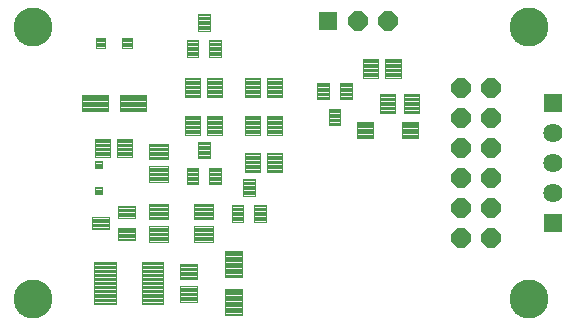
<source format=gts>
G75*
G70*
%OFA0B0*%
%FSLAX24Y24*%
%IPPOS*%
%LPD*%
%AMOC8*
5,1,8,0,0,1.08239X$1,22.5*
%
%ADD10C,0.0044*%
%ADD11C,0.0045*%
%ADD12OC8,0.0640*%
%ADD13C,0.0043*%
%ADD14C,0.0041*%
%ADD15C,0.0041*%
%ADD16C,0.0043*%
%ADD17R,0.0640X0.0640*%
%ADD18C,0.0640*%
%ADD19C,0.1300*%
D10*
X010193Y004891D02*
X010193Y005399D01*
X010193Y004891D02*
X009607Y004891D01*
X009607Y005399D01*
X010193Y005399D01*
X010193Y004934D02*
X009607Y004934D01*
X009607Y004977D02*
X010193Y004977D01*
X010193Y005020D02*
X009607Y005020D01*
X009607Y005063D02*
X010193Y005063D01*
X010193Y005106D02*
X009607Y005106D01*
X009607Y005149D02*
X010193Y005149D01*
X010193Y005192D02*
X009607Y005192D01*
X009607Y005235D02*
X010193Y005235D01*
X010193Y005278D02*
X009607Y005278D01*
X009607Y005321D02*
X010193Y005321D01*
X010193Y005364D02*
X009607Y005364D01*
X010193Y005639D02*
X010193Y006147D01*
X010193Y005639D02*
X009607Y005639D01*
X009607Y006147D01*
X010193Y006147D01*
X010193Y005682D02*
X009607Y005682D01*
X009607Y005725D02*
X010193Y005725D01*
X010193Y005768D02*
X009607Y005768D01*
X009607Y005811D02*
X010193Y005811D01*
X010193Y005854D02*
X009607Y005854D01*
X009607Y005897D02*
X010193Y005897D01*
X010193Y005940D02*
X009607Y005940D01*
X009607Y005983D02*
X010193Y005983D01*
X010193Y006026D02*
X009607Y006026D01*
X009607Y006069D02*
X010193Y006069D01*
X010193Y006112D02*
X009607Y006112D01*
X008587Y006891D02*
X008587Y007399D01*
X009213Y007399D01*
X009213Y006891D01*
X008587Y006891D01*
X008587Y006934D02*
X009213Y006934D01*
X009213Y006977D02*
X008587Y006977D01*
X008587Y007020D02*
X009213Y007020D01*
X009213Y007063D02*
X008587Y007063D01*
X008587Y007106D02*
X009213Y007106D01*
X009213Y007149D02*
X008587Y007149D01*
X008587Y007192D02*
X009213Y007192D01*
X009213Y007235D02*
X008587Y007235D01*
X008587Y007278D02*
X009213Y007278D01*
X009213Y007321D02*
X008587Y007321D01*
X008587Y007364D02*
X009213Y007364D01*
X008587Y007639D02*
X008587Y008147D01*
X009213Y008147D01*
X009213Y007639D01*
X008587Y007639D01*
X008587Y007682D02*
X009213Y007682D01*
X009213Y007725D02*
X008587Y007725D01*
X008587Y007768D02*
X009213Y007768D01*
X009213Y007811D02*
X008587Y007811D01*
X008587Y007854D02*
X009213Y007854D01*
X009213Y007897D02*
X008587Y007897D01*
X008587Y007940D02*
X009213Y007940D01*
X009213Y007983D02*
X008587Y007983D01*
X008587Y008026D02*
X009213Y008026D01*
X009213Y008069D02*
X008587Y008069D01*
X008587Y008112D02*
X009213Y008112D01*
X010713Y008147D02*
X010713Y007639D01*
X010087Y007639D01*
X010087Y008147D01*
X010713Y008147D01*
X010713Y007682D02*
X010087Y007682D01*
X010087Y007725D02*
X010713Y007725D01*
X010713Y007768D02*
X010087Y007768D01*
X010087Y007811D02*
X010713Y007811D01*
X010713Y007854D02*
X010087Y007854D01*
X010087Y007897D02*
X010713Y007897D01*
X010713Y007940D02*
X010087Y007940D01*
X010087Y007983D02*
X010713Y007983D01*
X010713Y008026D02*
X010087Y008026D01*
X010087Y008069D02*
X010713Y008069D01*
X010713Y008112D02*
X010087Y008112D01*
X010713Y007399D02*
X010713Y006891D01*
X010087Y006891D01*
X010087Y007399D01*
X010713Y007399D01*
X010713Y006934D02*
X010087Y006934D01*
X010087Y006977D02*
X010713Y006977D01*
X010713Y007020D02*
X010087Y007020D01*
X010087Y007063D02*
X010713Y007063D01*
X010713Y007106D02*
X010087Y007106D01*
X010087Y007149D02*
X010713Y007149D01*
X010713Y007192D02*
X010087Y007192D01*
X010087Y007235D02*
X010713Y007235D01*
X010713Y007278D02*
X010087Y007278D01*
X010087Y007321D02*
X010713Y007321D01*
X010713Y007364D02*
X010087Y007364D01*
X008587Y008891D02*
X008587Y009399D01*
X009213Y009399D01*
X009213Y008891D01*
X008587Y008891D01*
X008587Y008934D02*
X009213Y008934D01*
X009213Y008977D02*
X008587Y008977D01*
X008587Y009020D02*
X009213Y009020D01*
X009213Y009063D02*
X008587Y009063D01*
X008587Y009106D02*
X009213Y009106D01*
X009213Y009149D02*
X008587Y009149D01*
X008587Y009192D02*
X009213Y009192D01*
X009213Y009235D02*
X008587Y009235D01*
X008587Y009278D02*
X009213Y009278D01*
X009213Y009321D02*
X008587Y009321D01*
X008587Y009364D02*
X009213Y009364D01*
X008587Y009639D02*
X008587Y010147D01*
X009213Y010147D01*
X009213Y009639D01*
X008587Y009639D01*
X008587Y009682D02*
X009213Y009682D01*
X009213Y009725D02*
X008587Y009725D01*
X008587Y009768D02*
X009213Y009768D01*
X009213Y009811D02*
X008587Y009811D01*
X008587Y009854D02*
X009213Y009854D01*
X009213Y009897D02*
X008587Y009897D01*
X008587Y009940D02*
X009213Y009940D01*
X009213Y009983D02*
X008587Y009983D01*
X008587Y010026D02*
X009213Y010026D01*
X009213Y010069D02*
X008587Y010069D01*
X008587Y010112D02*
X009213Y010112D01*
X009772Y010456D02*
X010280Y010456D01*
X009772Y010456D02*
X009772Y011082D01*
X010280Y011082D01*
X010280Y010456D01*
X010280Y010499D02*
X009772Y010499D01*
X009772Y010542D02*
X010280Y010542D01*
X010280Y010585D02*
X009772Y010585D01*
X009772Y010628D02*
X010280Y010628D01*
X010280Y010671D02*
X009772Y010671D01*
X009772Y010714D02*
X010280Y010714D01*
X010280Y010757D02*
X009772Y010757D01*
X009772Y010800D02*
X010280Y010800D01*
X010280Y010843D02*
X009772Y010843D01*
X009772Y010886D02*
X010280Y010886D01*
X010280Y010929D02*
X009772Y010929D01*
X009772Y010972D02*
X010280Y010972D01*
X010280Y011015D02*
X009772Y011015D01*
X009772Y011058D02*
X010280Y011058D01*
X010520Y010456D02*
X011028Y010456D01*
X010520Y010456D02*
X010520Y011082D01*
X011028Y011082D01*
X011028Y010456D01*
X011028Y010499D02*
X010520Y010499D01*
X010520Y010542D02*
X011028Y010542D01*
X011028Y010585D02*
X010520Y010585D01*
X010520Y010628D02*
X011028Y010628D01*
X011028Y010671D02*
X010520Y010671D01*
X010520Y010714D02*
X011028Y010714D01*
X011028Y010757D02*
X010520Y010757D01*
X010520Y010800D02*
X011028Y010800D01*
X011028Y010843D02*
X010520Y010843D01*
X010520Y010886D02*
X011028Y010886D01*
X011028Y010929D02*
X010520Y010929D01*
X010520Y010972D02*
X011028Y010972D01*
X011028Y011015D02*
X010520Y011015D01*
X010520Y011058D02*
X011028Y011058D01*
X011772Y010456D02*
X012280Y010456D01*
X011772Y010456D02*
X011772Y011082D01*
X012280Y011082D01*
X012280Y010456D01*
X012280Y010499D02*
X011772Y010499D01*
X011772Y010542D02*
X012280Y010542D01*
X012280Y010585D02*
X011772Y010585D01*
X011772Y010628D02*
X012280Y010628D01*
X012280Y010671D02*
X011772Y010671D01*
X011772Y010714D02*
X012280Y010714D01*
X012280Y010757D02*
X011772Y010757D01*
X011772Y010800D02*
X012280Y010800D01*
X012280Y010843D02*
X011772Y010843D01*
X011772Y010886D02*
X012280Y010886D01*
X012280Y010929D02*
X011772Y010929D01*
X011772Y010972D02*
X012280Y010972D01*
X012280Y011015D02*
X011772Y011015D01*
X011772Y011058D02*
X012280Y011058D01*
X012520Y010456D02*
X013028Y010456D01*
X012520Y010456D02*
X012520Y011082D01*
X013028Y011082D01*
X013028Y010456D01*
X013028Y010499D02*
X012520Y010499D01*
X012520Y010542D02*
X013028Y010542D01*
X013028Y010585D02*
X012520Y010585D01*
X012520Y010628D02*
X013028Y010628D01*
X013028Y010671D02*
X012520Y010671D01*
X012520Y010714D02*
X013028Y010714D01*
X013028Y010757D02*
X012520Y010757D01*
X012520Y010800D02*
X013028Y010800D01*
X013028Y010843D02*
X012520Y010843D01*
X012520Y010886D02*
X013028Y010886D01*
X013028Y010929D02*
X012520Y010929D01*
X012520Y010972D02*
X013028Y010972D01*
X013028Y011015D02*
X012520Y011015D01*
X012520Y011058D02*
X013028Y011058D01*
X013028Y012332D02*
X012520Y012332D01*
X013028Y012332D02*
X013028Y011706D01*
X012520Y011706D01*
X012520Y012332D01*
X012520Y011749D02*
X013028Y011749D01*
X013028Y011792D02*
X012520Y011792D01*
X012520Y011835D02*
X013028Y011835D01*
X013028Y011878D02*
X012520Y011878D01*
X012520Y011921D02*
X013028Y011921D01*
X013028Y011964D02*
X012520Y011964D01*
X012520Y012007D02*
X013028Y012007D01*
X013028Y012050D02*
X012520Y012050D01*
X012520Y012093D02*
X013028Y012093D01*
X013028Y012136D02*
X012520Y012136D01*
X012520Y012179D02*
X013028Y012179D01*
X013028Y012222D02*
X012520Y012222D01*
X012520Y012265D02*
X013028Y012265D01*
X013028Y012308D02*
X012520Y012308D01*
X012280Y012332D02*
X011772Y012332D01*
X012280Y012332D02*
X012280Y011706D01*
X011772Y011706D01*
X011772Y012332D01*
X011772Y011749D02*
X012280Y011749D01*
X012280Y011792D02*
X011772Y011792D01*
X011772Y011835D02*
X012280Y011835D01*
X012280Y011878D02*
X011772Y011878D01*
X011772Y011921D02*
X012280Y011921D01*
X012280Y011964D02*
X011772Y011964D01*
X011772Y012007D02*
X012280Y012007D01*
X012280Y012050D02*
X011772Y012050D01*
X011772Y012093D02*
X012280Y012093D01*
X012280Y012136D02*
X011772Y012136D01*
X011772Y012179D02*
X012280Y012179D01*
X012280Y012222D02*
X011772Y012222D01*
X011772Y012265D02*
X012280Y012265D01*
X012280Y012308D02*
X011772Y012308D01*
X011028Y011706D02*
X010520Y011706D01*
X010520Y012332D01*
X011028Y012332D01*
X011028Y011706D01*
X011028Y011749D02*
X010520Y011749D01*
X010520Y011792D02*
X011028Y011792D01*
X011028Y011835D02*
X010520Y011835D01*
X010520Y011878D02*
X011028Y011878D01*
X011028Y011921D02*
X010520Y011921D01*
X010520Y011964D02*
X011028Y011964D01*
X011028Y012007D02*
X010520Y012007D01*
X010520Y012050D02*
X011028Y012050D01*
X011028Y012093D02*
X010520Y012093D01*
X010520Y012136D02*
X011028Y012136D01*
X011028Y012179D02*
X010520Y012179D01*
X010520Y012222D02*
X011028Y012222D01*
X011028Y012265D02*
X010520Y012265D01*
X010520Y012308D02*
X011028Y012308D01*
X010280Y011706D02*
X009772Y011706D01*
X009772Y012332D01*
X010280Y012332D01*
X010280Y011706D01*
X010280Y011749D02*
X009772Y011749D01*
X009772Y011792D02*
X010280Y011792D01*
X010280Y011835D02*
X009772Y011835D01*
X009772Y011878D02*
X010280Y011878D01*
X010280Y011921D02*
X009772Y011921D01*
X009772Y011964D02*
X010280Y011964D01*
X010280Y012007D02*
X009772Y012007D01*
X009772Y012050D02*
X010280Y012050D01*
X010280Y012093D02*
X009772Y012093D01*
X009772Y012136D02*
X010280Y012136D01*
X010280Y012179D02*
X009772Y012179D01*
X009772Y012222D02*
X010280Y012222D01*
X010280Y012265D02*
X009772Y012265D01*
X009772Y012308D02*
X010280Y012308D01*
X008028Y009726D02*
X007520Y009726D01*
X007520Y010312D01*
X008028Y010312D01*
X008028Y009726D01*
X008028Y009769D02*
X007520Y009769D01*
X007520Y009812D02*
X008028Y009812D01*
X008028Y009855D02*
X007520Y009855D01*
X007520Y009898D02*
X008028Y009898D01*
X008028Y009941D02*
X007520Y009941D01*
X007520Y009984D02*
X008028Y009984D01*
X008028Y010027D02*
X007520Y010027D01*
X007520Y010070D02*
X008028Y010070D01*
X008028Y010113D02*
X007520Y010113D01*
X007520Y010156D02*
X008028Y010156D01*
X008028Y010199D02*
X007520Y010199D01*
X007520Y010242D02*
X008028Y010242D01*
X008028Y010285D02*
X007520Y010285D01*
X007280Y009726D02*
X006772Y009726D01*
X006772Y010312D01*
X007280Y010312D01*
X007280Y009726D01*
X007280Y009769D02*
X006772Y009769D01*
X006772Y009812D02*
X007280Y009812D01*
X007280Y009855D02*
X006772Y009855D01*
X006772Y009898D02*
X007280Y009898D01*
X007280Y009941D02*
X006772Y009941D01*
X006772Y009984D02*
X007280Y009984D01*
X007280Y010027D02*
X006772Y010027D01*
X006772Y010070D02*
X007280Y010070D01*
X007280Y010113D02*
X006772Y010113D01*
X006772Y010156D02*
X007280Y010156D01*
X007280Y010199D02*
X006772Y010199D01*
X006772Y010242D02*
X007280Y010242D01*
X007280Y010285D02*
X006772Y010285D01*
X011772Y009206D02*
X012280Y009206D01*
X011772Y009206D02*
X011772Y009832D01*
X012280Y009832D01*
X012280Y009206D01*
X012280Y009249D02*
X011772Y009249D01*
X011772Y009292D02*
X012280Y009292D01*
X012280Y009335D02*
X011772Y009335D01*
X011772Y009378D02*
X012280Y009378D01*
X012280Y009421D02*
X011772Y009421D01*
X011772Y009464D02*
X012280Y009464D01*
X012280Y009507D02*
X011772Y009507D01*
X011772Y009550D02*
X012280Y009550D01*
X012280Y009593D02*
X011772Y009593D01*
X011772Y009636D02*
X012280Y009636D01*
X012280Y009679D02*
X011772Y009679D01*
X011772Y009722D02*
X012280Y009722D01*
X012280Y009765D02*
X011772Y009765D01*
X011772Y009808D02*
X012280Y009808D01*
X012520Y009206D02*
X013028Y009206D01*
X012520Y009206D02*
X012520Y009832D01*
X013028Y009832D01*
X013028Y009206D01*
X013028Y009249D02*
X012520Y009249D01*
X012520Y009292D02*
X013028Y009292D01*
X013028Y009335D02*
X012520Y009335D01*
X012520Y009378D02*
X013028Y009378D01*
X013028Y009421D02*
X012520Y009421D01*
X012520Y009464D02*
X013028Y009464D01*
X013028Y009507D02*
X012520Y009507D01*
X012520Y009550D02*
X013028Y009550D01*
X013028Y009593D02*
X012520Y009593D01*
X012520Y009636D02*
X013028Y009636D01*
X013028Y009679D02*
X012520Y009679D01*
X012520Y009722D02*
X013028Y009722D01*
X013028Y009765D02*
X012520Y009765D01*
X012520Y009808D02*
X013028Y009808D01*
X016276Y011801D02*
X016784Y011801D01*
X016784Y011175D01*
X016276Y011175D01*
X016276Y011801D01*
X016276Y011218D02*
X016784Y011218D01*
X016784Y011261D02*
X016276Y011261D01*
X016276Y011304D02*
X016784Y011304D01*
X016784Y011347D02*
X016276Y011347D01*
X016276Y011390D02*
X016784Y011390D01*
X016784Y011433D02*
X016276Y011433D01*
X016276Y011476D02*
X016784Y011476D01*
X016784Y011519D02*
X016276Y011519D01*
X016276Y011562D02*
X016784Y011562D01*
X016784Y011605D02*
X016276Y011605D01*
X016276Y011648D02*
X016784Y011648D01*
X016784Y011691D02*
X016276Y011691D01*
X016276Y011734D02*
X016784Y011734D01*
X016784Y011777D02*
X016276Y011777D01*
X017064Y011801D02*
X017572Y011801D01*
X017572Y011175D01*
X017064Y011175D01*
X017064Y011801D01*
X017064Y011218D02*
X017572Y011218D01*
X017572Y011261D02*
X017064Y011261D01*
X017064Y011304D02*
X017572Y011304D01*
X017572Y011347D02*
X017064Y011347D01*
X017064Y011390D02*
X017572Y011390D01*
X017572Y011433D02*
X017064Y011433D01*
X017064Y011476D02*
X017572Y011476D01*
X017572Y011519D02*
X017064Y011519D01*
X017064Y011562D02*
X017572Y011562D01*
X017572Y011605D02*
X017064Y011605D01*
X017064Y011648D02*
X017572Y011648D01*
X017572Y011691D02*
X017064Y011691D01*
X017064Y011734D02*
X017572Y011734D01*
X017572Y011777D02*
X017064Y011777D01*
X016962Y012982D02*
X016454Y012982D01*
X016962Y012982D02*
X016962Y012356D01*
X016454Y012356D01*
X016454Y012982D01*
X016454Y012399D02*
X016962Y012399D01*
X016962Y012442D02*
X016454Y012442D01*
X016454Y012485D02*
X016962Y012485D01*
X016962Y012528D02*
X016454Y012528D01*
X016454Y012571D02*
X016962Y012571D01*
X016962Y012614D02*
X016454Y012614D01*
X016454Y012657D02*
X016962Y012657D01*
X016962Y012700D02*
X016454Y012700D01*
X016454Y012743D02*
X016962Y012743D01*
X016962Y012786D02*
X016454Y012786D01*
X016454Y012829D02*
X016962Y012829D01*
X016962Y012872D02*
X016454Y012872D01*
X016454Y012915D02*
X016962Y012915D01*
X016962Y012958D02*
X016454Y012958D01*
X016214Y012982D02*
X015706Y012982D01*
X016214Y012982D02*
X016214Y012356D01*
X015706Y012356D01*
X015706Y012982D01*
X015706Y012399D02*
X016214Y012399D01*
X016214Y012442D02*
X015706Y012442D01*
X015706Y012485D02*
X016214Y012485D01*
X016214Y012528D02*
X015706Y012528D01*
X015706Y012571D02*
X016214Y012571D01*
X016214Y012614D02*
X015706Y012614D01*
X015706Y012657D02*
X016214Y012657D01*
X016214Y012700D02*
X015706Y012700D01*
X015706Y012743D02*
X016214Y012743D01*
X016214Y012786D02*
X015706Y012786D01*
X015706Y012829D02*
X016214Y012829D01*
X016214Y012872D02*
X015706Y012872D01*
X015706Y012915D02*
X016214Y012915D01*
X016214Y012958D02*
X015706Y012958D01*
D11*
X009040Y004813D02*
X008336Y004813D01*
X008336Y006225D01*
X009040Y006225D01*
X009040Y004813D01*
X009040Y004857D02*
X008336Y004857D01*
X008336Y004901D02*
X009040Y004901D01*
X009040Y004945D02*
X008336Y004945D01*
X008336Y004989D02*
X009040Y004989D01*
X009040Y005033D02*
X008336Y005033D01*
X008336Y005077D02*
X009040Y005077D01*
X009040Y005121D02*
X008336Y005121D01*
X008336Y005165D02*
X009040Y005165D01*
X009040Y005209D02*
X008336Y005209D01*
X008336Y005253D02*
X009040Y005253D01*
X009040Y005297D02*
X008336Y005297D01*
X008336Y005341D02*
X009040Y005341D01*
X009040Y005385D02*
X008336Y005385D01*
X008336Y005429D02*
X009040Y005429D01*
X009040Y005473D02*
X008336Y005473D01*
X008336Y005517D02*
X009040Y005517D01*
X009040Y005561D02*
X008336Y005561D01*
X008336Y005605D02*
X009040Y005605D01*
X009040Y005649D02*
X008336Y005649D01*
X008336Y005693D02*
X009040Y005693D01*
X009040Y005737D02*
X008336Y005737D01*
X008336Y005781D02*
X009040Y005781D01*
X009040Y005825D02*
X008336Y005825D01*
X008336Y005869D02*
X009040Y005869D01*
X009040Y005913D02*
X008336Y005913D01*
X008336Y005957D02*
X009040Y005957D01*
X009040Y006001D02*
X008336Y006001D01*
X008336Y006045D02*
X009040Y006045D01*
X009040Y006089D02*
X008336Y006089D01*
X008336Y006133D02*
X009040Y006133D01*
X009040Y006177D02*
X008336Y006177D01*
X008336Y006221D02*
X009040Y006221D01*
X007465Y004813D02*
X006761Y004813D01*
X006761Y006225D01*
X007465Y006225D01*
X007465Y004813D01*
X007465Y004857D02*
X006761Y004857D01*
X006761Y004901D02*
X007465Y004901D01*
X007465Y004945D02*
X006761Y004945D01*
X006761Y004989D02*
X007465Y004989D01*
X007465Y005033D02*
X006761Y005033D01*
X006761Y005077D02*
X007465Y005077D01*
X007465Y005121D02*
X006761Y005121D01*
X006761Y005165D02*
X007465Y005165D01*
X007465Y005209D02*
X006761Y005209D01*
X006761Y005253D02*
X007465Y005253D01*
X007465Y005297D02*
X006761Y005297D01*
X006761Y005341D02*
X007465Y005341D01*
X007465Y005385D02*
X006761Y005385D01*
X006761Y005429D02*
X007465Y005429D01*
X007465Y005473D02*
X006761Y005473D01*
X006761Y005517D02*
X007465Y005517D01*
X007465Y005561D02*
X006761Y005561D01*
X006761Y005605D02*
X007465Y005605D01*
X007465Y005649D02*
X006761Y005649D01*
X006761Y005693D02*
X007465Y005693D01*
X007465Y005737D02*
X006761Y005737D01*
X006761Y005781D02*
X007465Y005781D01*
X007465Y005825D02*
X006761Y005825D01*
X006761Y005869D02*
X007465Y005869D01*
X007465Y005913D02*
X006761Y005913D01*
X006761Y005957D02*
X007465Y005957D01*
X007465Y006001D02*
X006761Y006001D01*
X006761Y006045D02*
X007465Y006045D01*
X007465Y006089D02*
X006761Y006089D01*
X006761Y006133D02*
X007465Y006133D01*
X007465Y006177D02*
X006761Y006177D01*
X006761Y006221D02*
X007465Y006221D01*
D12*
X018983Y007019D03*
X019983Y007019D03*
X019983Y008019D03*
X018983Y008019D03*
X018983Y009019D03*
X019983Y009019D03*
X019983Y010019D03*
X018983Y010019D03*
X018983Y011019D03*
X019983Y011019D03*
X019983Y012019D03*
X018983Y012019D03*
X016546Y014243D03*
X015546Y014243D03*
D13*
X015329Y012195D02*
X014937Y012195D01*
X015329Y012195D02*
X015329Y011647D01*
X014937Y011647D01*
X014937Y012195D01*
X014937Y011689D02*
X015329Y011689D01*
X015329Y011731D02*
X014937Y011731D01*
X014937Y011773D02*
X015329Y011773D01*
X015329Y011815D02*
X014937Y011815D01*
X014937Y011857D02*
X015329Y011857D01*
X015329Y011899D02*
X014937Y011899D01*
X014937Y011941D02*
X015329Y011941D01*
X015329Y011983D02*
X014937Y011983D01*
X014937Y012025D02*
X015329Y012025D01*
X015329Y012067D02*
X014937Y012067D01*
X014937Y012109D02*
X015329Y012109D01*
X015329Y012151D02*
X014937Y012151D01*
X014937Y012193D02*
X015329Y012193D01*
X014581Y012195D02*
X014189Y012195D01*
X014581Y012195D02*
X014581Y011647D01*
X014189Y011647D01*
X014189Y012195D01*
X014189Y011689D02*
X014581Y011689D01*
X014581Y011731D02*
X014189Y011731D01*
X014189Y011773D02*
X014581Y011773D01*
X014581Y011815D02*
X014189Y011815D01*
X014189Y011857D02*
X014581Y011857D01*
X014581Y011899D02*
X014189Y011899D01*
X014189Y011941D02*
X014581Y011941D01*
X014581Y011983D02*
X014189Y011983D01*
X014189Y012025D02*
X014581Y012025D01*
X014581Y012067D02*
X014189Y012067D01*
X014189Y012109D02*
X014581Y012109D01*
X014581Y012151D02*
X014189Y012151D01*
X014189Y012193D02*
X014581Y012193D01*
X014563Y011328D02*
X014955Y011328D01*
X014955Y010780D01*
X014563Y010780D01*
X014563Y011328D01*
X014563Y010822D02*
X014955Y010822D01*
X014955Y010864D02*
X014563Y010864D01*
X014563Y010906D02*
X014955Y010906D01*
X014955Y010948D02*
X014563Y010948D01*
X014563Y010990D02*
X014955Y010990D01*
X014955Y011032D02*
X014563Y011032D01*
X014563Y011074D02*
X014955Y011074D01*
X014955Y011116D02*
X014563Y011116D01*
X014563Y011158D02*
X014955Y011158D01*
X014955Y011200D02*
X014563Y011200D01*
X014563Y011242D02*
X014955Y011242D01*
X014955Y011284D02*
X014563Y011284D01*
X014563Y011326D02*
X014955Y011326D01*
X012096Y008428D02*
X011704Y008428D01*
X011704Y008976D01*
X012096Y008976D01*
X012096Y008428D01*
X012096Y008470D02*
X011704Y008470D01*
X011704Y008512D02*
X012096Y008512D01*
X012096Y008554D02*
X011704Y008554D01*
X011704Y008596D02*
X012096Y008596D01*
X012096Y008638D02*
X011704Y008638D01*
X011704Y008680D02*
X012096Y008680D01*
X012096Y008722D02*
X011704Y008722D01*
X011704Y008764D02*
X012096Y008764D01*
X012096Y008806D02*
X011704Y008806D01*
X011704Y008848D02*
X012096Y008848D01*
X012096Y008890D02*
X011704Y008890D01*
X011704Y008932D02*
X012096Y008932D01*
X012096Y008974D02*
X011704Y008974D01*
X010970Y008812D02*
X010578Y008812D01*
X010578Y009360D01*
X010970Y009360D01*
X010970Y008812D01*
X010970Y008854D02*
X010578Y008854D01*
X010578Y008896D02*
X010970Y008896D01*
X010970Y008938D02*
X010578Y008938D01*
X010578Y008980D02*
X010970Y008980D01*
X010970Y009022D02*
X010578Y009022D01*
X010578Y009064D02*
X010970Y009064D01*
X010970Y009106D02*
X010578Y009106D01*
X010578Y009148D02*
X010970Y009148D01*
X010970Y009190D02*
X010578Y009190D01*
X010578Y009232D02*
X010970Y009232D01*
X010970Y009274D02*
X010578Y009274D01*
X010578Y009316D02*
X010970Y009316D01*
X010970Y009358D02*
X010578Y009358D01*
X010222Y008812D02*
X009830Y008812D01*
X009830Y009360D01*
X010222Y009360D01*
X010222Y008812D01*
X010222Y008854D02*
X009830Y008854D01*
X009830Y008896D02*
X010222Y008896D01*
X010222Y008938D02*
X009830Y008938D01*
X009830Y008980D02*
X010222Y008980D01*
X010222Y009022D02*
X009830Y009022D01*
X009830Y009064D02*
X010222Y009064D01*
X010222Y009106D02*
X009830Y009106D01*
X009830Y009148D02*
X010222Y009148D01*
X010222Y009190D02*
X009830Y009190D01*
X009830Y009232D02*
X010222Y009232D01*
X010222Y009274D02*
X009830Y009274D01*
X009830Y009316D02*
X010222Y009316D01*
X010222Y009358D02*
X009830Y009358D01*
X010204Y009678D02*
X010596Y009678D01*
X010204Y009678D02*
X010204Y010226D01*
X010596Y010226D01*
X010596Y009678D01*
X010596Y009720D02*
X010204Y009720D01*
X010204Y009762D02*
X010596Y009762D01*
X010596Y009804D02*
X010204Y009804D01*
X010204Y009846D02*
X010596Y009846D01*
X010596Y009888D02*
X010204Y009888D01*
X010204Y009930D02*
X010596Y009930D01*
X010596Y009972D02*
X010204Y009972D01*
X010204Y010014D02*
X010596Y010014D01*
X010596Y010056D02*
X010204Y010056D01*
X010204Y010098D02*
X010596Y010098D01*
X010596Y010140D02*
X010204Y010140D01*
X010204Y010182D02*
X010596Y010182D01*
X010596Y010224D02*
X010204Y010224D01*
X011330Y007562D02*
X011722Y007562D01*
X011330Y007562D02*
X011330Y008110D01*
X011722Y008110D01*
X011722Y007562D01*
X011722Y007604D02*
X011330Y007604D01*
X011330Y007646D02*
X011722Y007646D01*
X011722Y007688D02*
X011330Y007688D01*
X011330Y007730D02*
X011722Y007730D01*
X011722Y007772D02*
X011330Y007772D01*
X011330Y007814D02*
X011722Y007814D01*
X011722Y007856D02*
X011330Y007856D01*
X011330Y007898D02*
X011722Y007898D01*
X011722Y007940D02*
X011330Y007940D01*
X011330Y007982D02*
X011722Y007982D01*
X011722Y008024D02*
X011330Y008024D01*
X011330Y008066D02*
X011722Y008066D01*
X011722Y008108D02*
X011330Y008108D01*
X012078Y007562D02*
X012470Y007562D01*
X012078Y007562D02*
X012078Y008110D01*
X012470Y008110D01*
X012470Y007562D01*
X012470Y007604D02*
X012078Y007604D01*
X012078Y007646D02*
X012470Y007646D01*
X012470Y007688D02*
X012078Y007688D01*
X012078Y007730D02*
X012470Y007730D01*
X012470Y007772D02*
X012078Y007772D01*
X012078Y007814D02*
X012470Y007814D01*
X012470Y007856D02*
X012078Y007856D01*
X012078Y007898D02*
X012470Y007898D01*
X012470Y007940D02*
X012078Y007940D01*
X012078Y007982D02*
X012470Y007982D01*
X012470Y008024D02*
X012078Y008024D01*
X012078Y008066D02*
X012470Y008066D01*
X012470Y008108D02*
X012078Y008108D01*
X008108Y008089D02*
X008108Y007697D01*
X007560Y007697D01*
X007560Y008089D01*
X008108Y008089D01*
X008108Y007739D02*
X007560Y007739D01*
X007560Y007781D02*
X008108Y007781D01*
X008108Y007823D02*
X007560Y007823D01*
X007560Y007865D02*
X008108Y007865D01*
X008108Y007907D02*
X007560Y007907D01*
X007560Y007949D02*
X008108Y007949D01*
X008108Y007991D02*
X007560Y007991D01*
X007560Y008033D02*
X008108Y008033D01*
X008108Y008075D02*
X007560Y008075D01*
X007241Y007715D02*
X007241Y007323D01*
X006693Y007323D01*
X006693Y007715D01*
X007241Y007715D01*
X007241Y007365D02*
X006693Y007365D01*
X006693Y007407D02*
X007241Y007407D01*
X007241Y007449D02*
X006693Y007449D01*
X006693Y007491D02*
X007241Y007491D01*
X007241Y007533D02*
X006693Y007533D01*
X006693Y007575D02*
X007241Y007575D01*
X007241Y007617D02*
X006693Y007617D01*
X006693Y007659D02*
X007241Y007659D01*
X007241Y007701D02*
X006693Y007701D01*
X008108Y007341D02*
X008108Y006949D01*
X007560Y006949D01*
X007560Y007341D01*
X008108Y007341D01*
X008108Y006991D02*
X007560Y006991D01*
X007560Y007033D02*
X008108Y007033D01*
X008108Y007075D02*
X007560Y007075D01*
X007560Y007117D02*
X008108Y007117D01*
X008108Y007159D02*
X007560Y007159D01*
X007560Y007201D02*
X008108Y007201D01*
X008108Y007243D02*
X007560Y007243D01*
X007560Y007285D02*
X008108Y007285D01*
X008108Y007327D02*
X007560Y007327D01*
X009830Y013062D02*
X010222Y013062D01*
X009830Y013062D02*
X009830Y013610D01*
X010222Y013610D01*
X010222Y013062D01*
X010222Y013104D02*
X009830Y013104D01*
X009830Y013146D02*
X010222Y013146D01*
X010222Y013188D02*
X009830Y013188D01*
X009830Y013230D02*
X010222Y013230D01*
X010222Y013272D02*
X009830Y013272D01*
X009830Y013314D02*
X010222Y013314D01*
X010222Y013356D02*
X009830Y013356D01*
X009830Y013398D02*
X010222Y013398D01*
X010222Y013440D02*
X009830Y013440D01*
X009830Y013482D02*
X010222Y013482D01*
X010222Y013524D02*
X009830Y013524D01*
X009830Y013566D02*
X010222Y013566D01*
X010222Y013608D02*
X009830Y013608D01*
X010578Y013062D02*
X010970Y013062D01*
X010578Y013062D02*
X010578Y013610D01*
X010970Y013610D01*
X010970Y013062D01*
X010970Y013104D02*
X010578Y013104D01*
X010578Y013146D02*
X010970Y013146D01*
X010970Y013188D02*
X010578Y013188D01*
X010578Y013230D02*
X010970Y013230D01*
X010970Y013272D02*
X010578Y013272D01*
X010578Y013314D02*
X010970Y013314D01*
X010970Y013356D02*
X010578Y013356D01*
X010578Y013398D02*
X010970Y013398D01*
X010970Y013440D02*
X010578Y013440D01*
X010578Y013482D02*
X010970Y013482D01*
X010970Y013524D02*
X010578Y013524D01*
X010578Y013566D02*
X010970Y013566D01*
X010970Y013608D02*
X010578Y013608D01*
X010596Y013928D02*
X010204Y013928D01*
X010204Y014476D01*
X010596Y014476D01*
X010596Y013928D01*
X010596Y013970D02*
X010204Y013970D01*
X010204Y014012D02*
X010596Y014012D01*
X010596Y014054D02*
X010204Y014054D01*
X010204Y014096D02*
X010596Y014096D01*
X010596Y014138D02*
X010204Y014138D01*
X010204Y014180D02*
X010596Y014180D01*
X010596Y014222D02*
X010204Y014222D01*
X010204Y014264D02*
X010596Y014264D01*
X010596Y014306D02*
X010204Y014306D01*
X010204Y014348D02*
X010596Y014348D01*
X010596Y014390D02*
X010204Y014390D01*
X010204Y014432D02*
X010596Y014432D01*
X010596Y014474D02*
X010204Y014474D01*
D14*
X008463Y011794D02*
X007597Y011794D01*
X008463Y011794D02*
X008463Y011244D01*
X007597Y011244D01*
X007597Y011794D01*
X007597Y011284D02*
X008463Y011284D01*
X008463Y011324D02*
X007597Y011324D01*
X007597Y011364D02*
X008463Y011364D01*
X008463Y011404D02*
X007597Y011404D01*
X007597Y011444D02*
X008463Y011444D01*
X008463Y011484D02*
X007597Y011484D01*
X007597Y011524D02*
X008463Y011524D01*
X008463Y011564D02*
X007597Y011564D01*
X007597Y011604D02*
X008463Y011604D01*
X008463Y011644D02*
X007597Y011644D01*
X007597Y011684D02*
X008463Y011684D01*
X008463Y011724D02*
X007597Y011724D01*
X007597Y011764D02*
X008463Y011764D01*
X007204Y011794D02*
X006338Y011794D01*
X007204Y011794D02*
X007204Y011244D01*
X006338Y011244D01*
X006338Y011794D01*
X006338Y011284D02*
X007204Y011284D01*
X007204Y011324D02*
X006338Y011324D01*
X006338Y011364D02*
X007204Y011364D01*
X007204Y011404D02*
X006338Y011404D01*
X006338Y011444D02*
X007204Y011444D01*
X007204Y011484D02*
X006338Y011484D01*
X006338Y011524D02*
X007204Y011524D01*
X007204Y011564D02*
X006338Y011564D01*
X006338Y011604D02*
X007204Y011604D01*
X007204Y011644D02*
X006338Y011644D01*
X006338Y011684D02*
X007204Y011684D01*
X007204Y011724D02*
X006338Y011724D01*
X006338Y011764D02*
X007204Y011764D01*
X011125Y006582D02*
X011125Y005716D01*
X011125Y006582D02*
X011675Y006582D01*
X011675Y005716D01*
X011125Y005716D01*
X011125Y005756D02*
X011675Y005756D01*
X011675Y005796D02*
X011125Y005796D01*
X011125Y005836D02*
X011675Y005836D01*
X011675Y005876D02*
X011125Y005876D01*
X011125Y005916D02*
X011675Y005916D01*
X011675Y005956D02*
X011125Y005956D01*
X011125Y005996D02*
X011675Y005996D01*
X011675Y006036D02*
X011125Y006036D01*
X011125Y006076D02*
X011675Y006076D01*
X011675Y006116D02*
X011125Y006116D01*
X011125Y006156D02*
X011675Y006156D01*
X011675Y006196D02*
X011125Y006196D01*
X011125Y006236D02*
X011675Y006236D01*
X011675Y006276D02*
X011125Y006276D01*
X011125Y006316D02*
X011675Y006316D01*
X011675Y006356D02*
X011125Y006356D01*
X011125Y006396D02*
X011675Y006396D01*
X011675Y006436D02*
X011125Y006436D01*
X011125Y006476D02*
X011675Y006476D01*
X011675Y006516D02*
X011125Y006516D01*
X011125Y006556D02*
X011675Y006556D01*
X011125Y005322D02*
X011125Y004456D01*
X011125Y005322D02*
X011675Y005322D01*
X011675Y004456D01*
X011125Y004456D01*
X011125Y004496D02*
X011675Y004496D01*
X011675Y004536D02*
X011125Y004536D01*
X011125Y004576D02*
X011675Y004576D01*
X011675Y004616D02*
X011125Y004616D01*
X011125Y004656D02*
X011675Y004656D01*
X011675Y004696D02*
X011125Y004696D01*
X011125Y004736D02*
X011675Y004736D01*
X011675Y004776D02*
X011125Y004776D01*
X011125Y004816D02*
X011675Y004816D01*
X011675Y004856D02*
X011125Y004856D01*
X011125Y004896D02*
X011675Y004896D01*
X011675Y004936D02*
X011125Y004936D01*
X011125Y004976D02*
X011675Y004976D01*
X011675Y005016D02*
X011125Y005016D01*
X011125Y005056D02*
X011675Y005056D01*
X011675Y005096D02*
X011125Y005096D01*
X011125Y005136D02*
X011675Y005136D01*
X011675Y005176D02*
X011125Y005176D01*
X011125Y005216D02*
X011675Y005216D01*
X011675Y005256D02*
X011125Y005256D01*
X011125Y005296D02*
X011675Y005296D01*
X015501Y010894D02*
X016051Y010894D01*
X016051Y010344D01*
X015501Y010344D01*
X015501Y010894D01*
X015501Y010384D02*
X016051Y010384D01*
X016051Y010424D02*
X015501Y010424D01*
X015501Y010464D02*
X016051Y010464D01*
X016051Y010504D02*
X015501Y010504D01*
X015501Y010544D02*
X016051Y010544D01*
X016051Y010584D02*
X015501Y010584D01*
X015501Y010624D02*
X016051Y010624D01*
X016051Y010664D02*
X015501Y010664D01*
X015501Y010704D02*
X016051Y010704D01*
X016051Y010744D02*
X015501Y010744D01*
X015501Y010784D02*
X016051Y010784D01*
X016051Y010824D02*
X015501Y010824D01*
X015501Y010864D02*
X016051Y010864D01*
X016998Y010894D02*
X017548Y010894D01*
X017548Y010344D01*
X016998Y010344D01*
X016998Y010894D01*
X016998Y010384D02*
X017548Y010384D01*
X017548Y010424D02*
X016998Y010424D01*
X016998Y010464D02*
X017548Y010464D01*
X017548Y010504D02*
X016998Y010504D01*
X016998Y010544D02*
X017548Y010544D01*
X017548Y010584D02*
X016998Y010584D01*
X016998Y010624D02*
X017548Y010624D01*
X017548Y010664D02*
X016998Y010664D01*
X016998Y010704D02*
X017548Y010704D01*
X017548Y010744D02*
X016998Y010744D01*
X016998Y010784D02*
X017548Y010784D01*
X017548Y010824D02*
X016998Y010824D01*
X016998Y010864D02*
X017548Y010864D01*
D15*
X006782Y009570D02*
X006782Y009334D01*
X006782Y009570D02*
X007018Y009570D01*
X007018Y009334D01*
X006782Y009334D01*
X006782Y009374D02*
X007018Y009374D01*
X007018Y009414D02*
X006782Y009414D01*
X006782Y009454D02*
X007018Y009454D01*
X007018Y009494D02*
X006782Y009494D01*
X006782Y009534D02*
X007018Y009534D01*
X006782Y008704D02*
X006782Y008468D01*
X006782Y008704D02*
X007018Y008704D01*
X007018Y008468D01*
X006782Y008468D01*
X006782Y008508D02*
X007018Y008508D01*
X007018Y008548D02*
X006782Y008548D01*
X006782Y008588D02*
X007018Y008588D01*
X007018Y008628D02*
X006782Y008628D01*
X006782Y008668D02*
X007018Y008668D01*
D16*
X007114Y013363D02*
X006802Y013363D01*
X006802Y013675D01*
X007114Y013675D01*
X007114Y013363D01*
X007114Y013405D02*
X006802Y013405D01*
X006802Y013447D02*
X007114Y013447D01*
X007114Y013489D02*
X006802Y013489D01*
X006802Y013531D02*
X007114Y013531D01*
X007114Y013573D02*
X006802Y013573D01*
X006802Y013615D02*
X007114Y013615D01*
X007114Y013657D02*
X006802Y013657D01*
X007687Y013363D02*
X007999Y013363D01*
X007687Y013363D02*
X007687Y013675D01*
X007999Y013675D01*
X007999Y013363D01*
X007999Y013405D02*
X007687Y013405D01*
X007687Y013447D02*
X007999Y013447D01*
X007999Y013489D02*
X007687Y013489D01*
X007687Y013531D02*
X007999Y013531D01*
X007999Y013573D02*
X007687Y013573D01*
X007687Y013615D02*
X007999Y013615D01*
X007999Y013657D02*
X007687Y013657D01*
D17*
X014546Y014243D03*
X022042Y011519D03*
X022042Y007519D03*
D18*
X022042Y008519D03*
X022042Y009519D03*
X022042Y010519D03*
D19*
X004719Y004991D03*
X004719Y014047D03*
X021255Y014047D03*
X021255Y004991D03*
M02*

</source>
